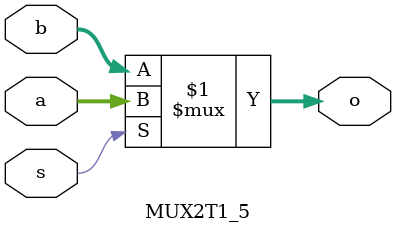
<source format=v>
`timescale 1ns / 1ps
module MUX2T1_5(
	input [4:0]a,
	input [4:0]b,
	input s,
	output [4:0]o
    );
	assign o = s ? a : b;
endmodule

</source>
